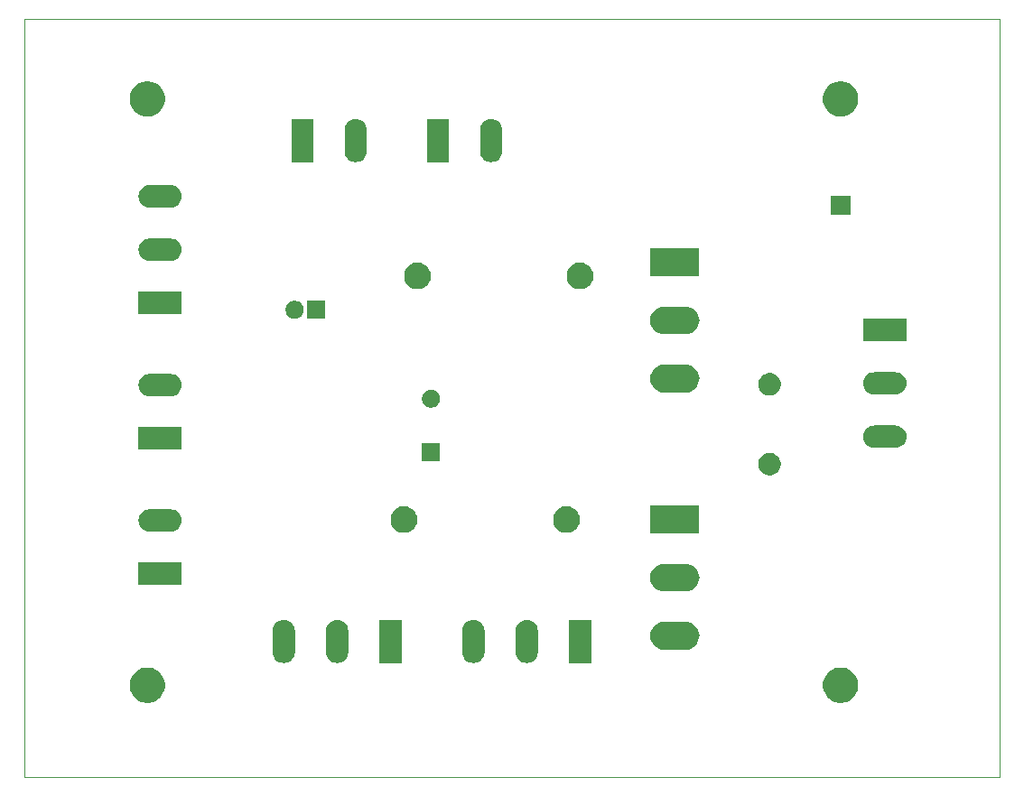
<source format=gbr>
G04 #@! TF.GenerationSoftware,KiCad,Pcbnew,(5.1.5)-3*
G04 #@! TF.CreationDate,2020-04-01T15:23:21+02:00*
G04 #@! TF.ProjectId,hbruecke,68627275-6563-46b6-952e-6b696361645f,rev?*
G04 #@! TF.SameCoordinates,Original*
G04 #@! TF.FileFunction,Soldermask,Bot*
G04 #@! TF.FilePolarity,Negative*
%FSLAX46Y46*%
G04 Gerber Fmt 4.6, Leading zero omitted, Abs format (unit mm)*
G04 Created by KiCad (PCBNEW (5.1.5)-3) date 2020-04-01 15:23:21*
%MOMM*%
%LPD*%
G04 APERTURE LIST*
%ADD10C,0.050000*%
%ADD11C,0.100000*%
G04 APERTURE END LIST*
D10*
X154940000Y-77470000D02*
X63500000Y-77470000D01*
X154940000Y-148590000D02*
X154940000Y-77470000D01*
X63500000Y-148590000D02*
X154940000Y-148590000D01*
X63500000Y-77470000D02*
X63500000Y-148590000D01*
D11*
G36*
X140375256Y-138391298D02*
G01*
X140481579Y-138412447D01*
X140782042Y-138536903D01*
X141052451Y-138717585D01*
X141282415Y-138947549D01*
X141463097Y-139217958D01*
X141587553Y-139518421D01*
X141651000Y-139837391D01*
X141651000Y-140162609D01*
X141587553Y-140481579D01*
X141463097Y-140782042D01*
X141282415Y-141052451D01*
X141052451Y-141282415D01*
X140782042Y-141463097D01*
X140481579Y-141587553D01*
X140375256Y-141608702D01*
X140162611Y-141651000D01*
X139837389Y-141651000D01*
X139624744Y-141608702D01*
X139518421Y-141587553D01*
X139217958Y-141463097D01*
X138947549Y-141282415D01*
X138717585Y-141052451D01*
X138536903Y-140782042D01*
X138412447Y-140481579D01*
X138349000Y-140162609D01*
X138349000Y-139837391D01*
X138412447Y-139518421D01*
X138536903Y-139217958D01*
X138717585Y-138947549D01*
X138947549Y-138717585D01*
X139217958Y-138536903D01*
X139518421Y-138412447D01*
X139624744Y-138391298D01*
X139837389Y-138349000D01*
X140162611Y-138349000D01*
X140375256Y-138391298D01*
G37*
G36*
X75375256Y-138391298D02*
G01*
X75481579Y-138412447D01*
X75782042Y-138536903D01*
X76052451Y-138717585D01*
X76282415Y-138947549D01*
X76463097Y-139217958D01*
X76587553Y-139518421D01*
X76651000Y-139837391D01*
X76651000Y-140162609D01*
X76587553Y-140481579D01*
X76463097Y-140782042D01*
X76282415Y-141052451D01*
X76052451Y-141282415D01*
X75782042Y-141463097D01*
X75481579Y-141587553D01*
X75375256Y-141608702D01*
X75162611Y-141651000D01*
X74837389Y-141651000D01*
X74624744Y-141608702D01*
X74518421Y-141587553D01*
X74217958Y-141463097D01*
X73947549Y-141282415D01*
X73717585Y-141052451D01*
X73536903Y-140782042D01*
X73412447Y-140481579D01*
X73349000Y-140162609D01*
X73349000Y-139837391D01*
X73412447Y-139518421D01*
X73536903Y-139217958D01*
X73717585Y-138947549D01*
X73947549Y-138717585D01*
X74217958Y-138536903D01*
X74518421Y-138412447D01*
X74624744Y-138391298D01*
X74837389Y-138349000D01*
X75162611Y-138349000D01*
X75375256Y-138391298D01*
G37*
G36*
X105774072Y-133874063D02*
G01*
X105970301Y-133933589D01*
X105970303Y-133933590D01*
X106151145Y-134030252D01*
X106309660Y-134160340D01*
X106439748Y-134318855D01*
X106536410Y-134499697D01*
X106536411Y-134499699D01*
X106595937Y-134695928D01*
X106611000Y-134848868D01*
X106611000Y-136931132D01*
X106595937Y-137084072D01*
X106536411Y-137280300D01*
X106536410Y-137280303D01*
X106439748Y-137461145D01*
X106309660Y-137619660D01*
X106192437Y-137715860D01*
X106151146Y-137749747D01*
X105970300Y-137846411D01*
X105774071Y-137905937D01*
X105570000Y-137926036D01*
X105365928Y-137905937D01*
X105169699Y-137846411D01*
X105169697Y-137846410D01*
X104988855Y-137749748D01*
X104830340Y-137619660D01*
X104734140Y-137502437D01*
X104700253Y-137461146D01*
X104603589Y-137280300D01*
X104544063Y-137084071D01*
X104529000Y-136931131D01*
X104529001Y-134848868D01*
X104544064Y-134695928D01*
X104603590Y-134499699D01*
X104603591Y-134499697D01*
X104700253Y-134318855D01*
X104830341Y-134160340D01*
X104988856Y-134030252D01*
X105169698Y-133933590D01*
X105169700Y-133933589D01*
X105365929Y-133874063D01*
X105570000Y-133853964D01*
X105774072Y-133874063D01*
G37*
G36*
X87994072Y-133874063D02*
G01*
X88190301Y-133933589D01*
X88190303Y-133933590D01*
X88371145Y-134030252D01*
X88529660Y-134160340D01*
X88659748Y-134318855D01*
X88756410Y-134499697D01*
X88756411Y-134499699D01*
X88815937Y-134695928D01*
X88831000Y-134848868D01*
X88831000Y-136931132D01*
X88815937Y-137084072D01*
X88756411Y-137280300D01*
X88756410Y-137280303D01*
X88659748Y-137461145D01*
X88529660Y-137619660D01*
X88412437Y-137715860D01*
X88371146Y-137749747D01*
X88190300Y-137846411D01*
X87994071Y-137905937D01*
X87790000Y-137926036D01*
X87585928Y-137905937D01*
X87389699Y-137846411D01*
X87389697Y-137846410D01*
X87208855Y-137749748D01*
X87050340Y-137619660D01*
X86954140Y-137502437D01*
X86920253Y-137461146D01*
X86823589Y-137280300D01*
X86764063Y-137084071D01*
X86749000Y-136931131D01*
X86749001Y-134848868D01*
X86764064Y-134695928D01*
X86823590Y-134499699D01*
X86823591Y-134499697D01*
X86920253Y-134318855D01*
X87050341Y-134160340D01*
X87208856Y-134030252D01*
X87389698Y-133933590D01*
X87389700Y-133933589D01*
X87585929Y-133874063D01*
X87790000Y-133853964D01*
X87994072Y-133874063D01*
G37*
G36*
X92994072Y-133874063D02*
G01*
X93190301Y-133933589D01*
X93190303Y-133933590D01*
X93371145Y-134030252D01*
X93529660Y-134160340D01*
X93659748Y-134318855D01*
X93756410Y-134499697D01*
X93756411Y-134499699D01*
X93815937Y-134695928D01*
X93831000Y-134848868D01*
X93831000Y-136931132D01*
X93815937Y-137084072D01*
X93756411Y-137280300D01*
X93756410Y-137280303D01*
X93659748Y-137461145D01*
X93529660Y-137619660D01*
X93412437Y-137715860D01*
X93371146Y-137749747D01*
X93190300Y-137846411D01*
X92994071Y-137905937D01*
X92790000Y-137926036D01*
X92585928Y-137905937D01*
X92389699Y-137846411D01*
X92389697Y-137846410D01*
X92208855Y-137749748D01*
X92050340Y-137619660D01*
X91954140Y-137502437D01*
X91920253Y-137461146D01*
X91823589Y-137280300D01*
X91764063Y-137084071D01*
X91749000Y-136931131D01*
X91749001Y-134848868D01*
X91764064Y-134695928D01*
X91823590Y-134499699D01*
X91823591Y-134499697D01*
X91920253Y-134318855D01*
X92050341Y-134160340D01*
X92208856Y-134030252D01*
X92389698Y-133933590D01*
X92389700Y-133933589D01*
X92585929Y-133874063D01*
X92790000Y-133853964D01*
X92994072Y-133874063D01*
G37*
G36*
X110774072Y-133874063D02*
G01*
X110970301Y-133933589D01*
X110970303Y-133933590D01*
X111151145Y-134030252D01*
X111309660Y-134160340D01*
X111439748Y-134318855D01*
X111536410Y-134499697D01*
X111536411Y-134499699D01*
X111595937Y-134695928D01*
X111611000Y-134848868D01*
X111611000Y-136931132D01*
X111595937Y-137084072D01*
X111536411Y-137280300D01*
X111536410Y-137280303D01*
X111439748Y-137461145D01*
X111309660Y-137619660D01*
X111192437Y-137715860D01*
X111151146Y-137749747D01*
X110970300Y-137846411D01*
X110774071Y-137905937D01*
X110570000Y-137926036D01*
X110365928Y-137905937D01*
X110169699Y-137846411D01*
X110169697Y-137846410D01*
X109988855Y-137749748D01*
X109830340Y-137619660D01*
X109734140Y-137502437D01*
X109700253Y-137461146D01*
X109603589Y-137280300D01*
X109544063Y-137084071D01*
X109529000Y-136931131D01*
X109529001Y-134848868D01*
X109544064Y-134695928D01*
X109603590Y-134499699D01*
X109603591Y-134499697D01*
X109700253Y-134318855D01*
X109830341Y-134160340D01*
X109988856Y-134030252D01*
X110169698Y-133933590D01*
X110169700Y-133933589D01*
X110365929Y-133874063D01*
X110570000Y-133853964D01*
X110774072Y-133874063D01*
G37*
G36*
X116611000Y-137921000D02*
G01*
X114529000Y-137921000D01*
X114529000Y-133859000D01*
X116611000Y-133859000D01*
X116611000Y-137921000D01*
G37*
G36*
X98831000Y-137921000D02*
G01*
X96749000Y-137921000D01*
X96749000Y-133859000D01*
X98831000Y-133859000D01*
X98831000Y-137921000D01*
G37*
G36*
X125619472Y-134068412D02*
G01*
X125715040Y-134077825D01*
X125960280Y-134152218D01*
X126186294Y-134273025D01*
X126237899Y-134315376D01*
X126384397Y-134435603D01*
X126504624Y-134582101D01*
X126546975Y-134633706D01*
X126546976Y-134633708D01*
X126661982Y-134848868D01*
X126667782Y-134859720D01*
X126742175Y-135104960D01*
X126767294Y-135360000D01*
X126742175Y-135615040D01*
X126667782Y-135860280D01*
X126546975Y-136086294D01*
X126504624Y-136137899D01*
X126384397Y-136284397D01*
X126237899Y-136404624D01*
X126186294Y-136446975D01*
X125960280Y-136567782D01*
X125715040Y-136642175D01*
X125619472Y-136651588D01*
X125523906Y-136661000D01*
X123396094Y-136661000D01*
X123300528Y-136651588D01*
X123204960Y-136642175D01*
X122959720Y-136567782D01*
X122733706Y-136446975D01*
X122682101Y-136404624D01*
X122535603Y-136284397D01*
X122415376Y-136137899D01*
X122373025Y-136086294D01*
X122252218Y-135860280D01*
X122177825Y-135615040D01*
X122152706Y-135360000D01*
X122177825Y-135104960D01*
X122252218Y-134859720D01*
X122258019Y-134848868D01*
X122373024Y-134633708D01*
X122373025Y-134633706D01*
X122415376Y-134582101D01*
X122535603Y-134435603D01*
X122682101Y-134315376D01*
X122733706Y-134273025D01*
X122959720Y-134152218D01*
X123204960Y-134077825D01*
X123300528Y-134068412D01*
X123396094Y-134059000D01*
X125523906Y-134059000D01*
X125619472Y-134068412D01*
G37*
G36*
X125619472Y-128618412D02*
G01*
X125715040Y-128627825D01*
X125960280Y-128702218D01*
X126186294Y-128823025D01*
X126237899Y-128865376D01*
X126384397Y-128985603D01*
X126504624Y-129132101D01*
X126546975Y-129183706D01*
X126667782Y-129409720D01*
X126742175Y-129654960D01*
X126767294Y-129910000D01*
X126742175Y-130165040D01*
X126667782Y-130410280D01*
X126546975Y-130636294D01*
X126504624Y-130687899D01*
X126384397Y-130834397D01*
X126237899Y-130954624D01*
X126186294Y-130996975D01*
X125960280Y-131117782D01*
X125715040Y-131192175D01*
X125619472Y-131201588D01*
X125523906Y-131211000D01*
X123396094Y-131211000D01*
X123300528Y-131201588D01*
X123204960Y-131192175D01*
X122959720Y-131117782D01*
X122733706Y-130996975D01*
X122682101Y-130954624D01*
X122535603Y-130834397D01*
X122415376Y-130687899D01*
X122373025Y-130636294D01*
X122252218Y-130410280D01*
X122177825Y-130165040D01*
X122152706Y-129910000D01*
X122177825Y-129654960D01*
X122252218Y-129409720D01*
X122373025Y-129183706D01*
X122415376Y-129132101D01*
X122535603Y-128985603D01*
X122682101Y-128865376D01*
X122733706Y-128823025D01*
X122959720Y-128702218D01*
X123204960Y-128627825D01*
X123300528Y-128618412D01*
X123396094Y-128609000D01*
X125523906Y-128609000D01*
X125619472Y-128618412D01*
G37*
G36*
X78231000Y-130581000D02*
G01*
X74169000Y-130581000D01*
X74169000Y-128499000D01*
X78231000Y-128499000D01*
X78231000Y-130581000D01*
G37*
G36*
X126761000Y-125761000D02*
G01*
X122159000Y-125761000D01*
X122159000Y-123159000D01*
X126761000Y-123159000D01*
X126761000Y-125761000D01*
G37*
G36*
X114664903Y-123257075D02*
G01*
X114892571Y-123351378D01*
X115097466Y-123488285D01*
X115271715Y-123662534D01*
X115363794Y-123800340D01*
X115408623Y-123867431D01*
X115502925Y-124095097D01*
X115511797Y-124139697D01*
X115551000Y-124336787D01*
X115551000Y-124583213D01*
X115502925Y-124824903D01*
X115408622Y-125052571D01*
X115271715Y-125257466D01*
X115097466Y-125431715D01*
X114892571Y-125568622D01*
X114892570Y-125568623D01*
X114892569Y-125568623D01*
X114664903Y-125662925D01*
X114423214Y-125711000D01*
X114176786Y-125711000D01*
X113935097Y-125662925D01*
X113707431Y-125568623D01*
X113707430Y-125568623D01*
X113707429Y-125568622D01*
X113502534Y-125431715D01*
X113328285Y-125257466D01*
X113191378Y-125052571D01*
X113097075Y-124824903D01*
X113049000Y-124583213D01*
X113049000Y-124336787D01*
X113088204Y-124139697D01*
X113097075Y-124095097D01*
X113191377Y-123867431D01*
X113236206Y-123800340D01*
X113328285Y-123662534D01*
X113502534Y-123488285D01*
X113707429Y-123351378D01*
X113935097Y-123257075D01*
X114176786Y-123209000D01*
X114423214Y-123209000D01*
X114664903Y-123257075D01*
G37*
G36*
X99424903Y-123257075D02*
G01*
X99652571Y-123351378D01*
X99857466Y-123488285D01*
X100031715Y-123662534D01*
X100123794Y-123800340D01*
X100168623Y-123867431D01*
X100262925Y-124095097D01*
X100271797Y-124139697D01*
X100311000Y-124336787D01*
X100311000Y-124583213D01*
X100262925Y-124824903D01*
X100168622Y-125052571D01*
X100031715Y-125257466D01*
X99857466Y-125431715D01*
X99652571Y-125568622D01*
X99652570Y-125568623D01*
X99652569Y-125568623D01*
X99424903Y-125662925D01*
X99183214Y-125711000D01*
X98936786Y-125711000D01*
X98695097Y-125662925D01*
X98467431Y-125568623D01*
X98467430Y-125568623D01*
X98467429Y-125568622D01*
X98262534Y-125431715D01*
X98088285Y-125257466D01*
X97951378Y-125052571D01*
X97857075Y-124824903D01*
X97809000Y-124583213D01*
X97809000Y-124336787D01*
X97848204Y-124139697D01*
X97857075Y-124095097D01*
X97951377Y-123867431D01*
X97996206Y-123800340D01*
X98088285Y-123662534D01*
X98262534Y-123488285D01*
X98467429Y-123351378D01*
X98695097Y-123257075D01*
X98936786Y-123209000D01*
X99183214Y-123209000D01*
X99424903Y-123257075D01*
G37*
G36*
X77292112Y-123504021D02*
G01*
X77394072Y-123514063D01*
X77590301Y-123573589D01*
X77590303Y-123573590D01*
X77771145Y-123670252D01*
X77929660Y-123800340D01*
X78059747Y-123958854D01*
X78156411Y-124139699D01*
X78215937Y-124335928D01*
X78236036Y-124540000D01*
X78215937Y-124744072D01*
X78156411Y-124940301D01*
X78156410Y-124940303D01*
X78059748Y-125121145D01*
X77929660Y-125279660D01*
X77771145Y-125409748D01*
X77590303Y-125506410D01*
X77590301Y-125506411D01*
X77394072Y-125565937D01*
X77292112Y-125575979D01*
X77241133Y-125581000D01*
X75158867Y-125581000D01*
X75107888Y-125575979D01*
X75005928Y-125565937D01*
X74809699Y-125506411D01*
X74809697Y-125506410D01*
X74628855Y-125409748D01*
X74470340Y-125279660D01*
X74340252Y-125121145D01*
X74243590Y-124940303D01*
X74243589Y-124940301D01*
X74184063Y-124744072D01*
X74163964Y-124540000D01*
X74184063Y-124335928D01*
X74243589Y-124139699D01*
X74340253Y-123958854D01*
X74470340Y-123800340D01*
X74628855Y-123670252D01*
X74809697Y-123573590D01*
X74809699Y-123573589D01*
X75005928Y-123514063D01*
X75107888Y-123504021D01*
X75158867Y-123499000D01*
X77241133Y-123499000D01*
X77292112Y-123504021D01*
G37*
G36*
X133656564Y-118249389D02*
G01*
X133847833Y-118328615D01*
X133847835Y-118328616D01*
X134019973Y-118443635D01*
X134166365Y-118590027D01*
X134281385Y-118762167D01*
X134360611Y-118953436D01*
X134401000Y-119156484D01*
X134401000Y-119363516D01*
X134360611Y-119566564D01*
X134281385Y-119757833D01*
X134281384Y-119757835D01*
X134166365Y-119929973D01*
X134019973Y-120076365D01*
X133847835Y-120191384D01*
X133847834Y-120191385D01*
X133847833Y-120191385D01*
X133656564Y-120270611D01*
X133453516Y-120311000D01*
X133246484Y-120311000D01*
X133043436Y-120270611D01*
X132852167Y-120191385D01*
X132852166Y-120191385D01*
X132852165Y-120191384D01*
X132680027Y-120076365D01*
X132533635Y-119929973D01*
X132418616Y-119757835D01*
X132418615Y-119757833D01*
X132339389Y-119566564D01*
X132299000Y-119363516D01*
X132299000Y-119156484D01*
X132339389Y-118953436D01*
X132418615Y-118762167D01*
X132533635Y-118590027D01*
X132680027Y-118443635D01*
X132852165Y-118328616D01*
X132852167Y-118328615D01*
X133043436Y-118249389D01*
X133246484Y-118209000D01*
X133453516Y-118209000D01*
X133656564Y-118249389D01*
G37*
G36*
X102451000Y-118961000D02*
G01*
X100749000Y-118961000D01*
X100749000Y-117259000D01*
X102451000Y-117259000D01*
X102451000Y-118961000D01*
G37*
G36*
X78231000Y-117881000D02*
G01*
X74169000Y-117881000D01*
X74169000Y-115799000D01*
X78231000Y-115799000D01*
X78231000Y-117881000D01*
G37*
G36*
X145237112Y-115644021D02*
G01*
X145339072Y-115654063D01*
X145535301Y-115713589D01*
X145535303Y-115713590D01*
X145716145Y-115810252D01*
X145874660Y-115940340D01*
X146004747Y-116098854D01*
X146101411Y-116279699D01*
X146160937Y-116475928D01*
X146181036Y-116680000D01*
X146160937Y-116884072D01*
X146101411Y-117080301D01*
X146101410Y-117080303D01*
X146004748Y-117261145D01*
X145874660Y-117419660D01*
X145716145Y-117549748D01*
X145535303Y-117646410D01*
X145535301Y-117646411D01*
X145339072Y-117705937D01*
X145237112Y-117715979D01*
X145186133Y-117721000D01*
X143103867Y-117721000D01*
X143052888Y-117715979D01*
X142950928Y-117705937D01*
X142754699Y-117646411D01*
X142754697Y-117646410D01*
X142573855Y-117549748D01*
X142415340Y-117419660D01*
X142285252Y-117261145D01*
X142188590Y-117080303D01*
X142188589Y-117080301D01*
X142129063Y-116884072D01*
X142108964Y-116680000D01*
X142129063Y-116475928D01*
X142188589Y-116279699D01*
X142285253Y-116098854D01*
X142415340Y-115940340D01*
X142573855Y-115810252D01*
X142754697Y-115713590D01*
X142754699Y-115713589D01*
X142950928Y-115654063D01*
X143052888Y-115644021D01*
X143103867Y-115639000D01*
X145186133Y-115639000D01*
X145237112Y-115644021D01*
G37*
G36*
X101848228Y-112291703D02*
G01*
X102003100Y-112355853D01*
X102142481Y-112448985D01*
X102261015Y-112567519D01*
X102354147Y-112706900D01*
X102418297Y-112861772D01*
X102451000Y-113026184D01*
X102451000Y-113193816D01*
X102418297Y-113358228D01*
X102354147Y-113513100D01*
X102261015Y-113652481D01*
X102142481Y-113771015D01*
X102003100Y-113864147D01*
X101848228Y-113928297D01*
X101683816Y-113961000D01*
X101516184Y-113961000D01*
X101351772Y-113928297D01*
X101196900Y-113864147D01*
X101057519Y-113771015D01*
X100938985Y-113652481D01*
X100845853Y-113513100D01*
X100781703Y-113358228D01*
X100749000Y-113193816D01*
X100749000Y-113026184D01*
X100781703Y-112861772D01*
X100845853Y-112706900D01*
X100938985Y-112567519D01*
X101057519Y-112448985D01*
X101196900Y-112355853D01*
X101351772Y-112291703D01*
X101516184Y-112259000D01*
X101683816Y-112259000D01*
X101848228Y-112291703D01*
G37*
G36*
X77292112Y-110804021D02*
G01*
X77394072Y-110814063D01*
X77590301Y-110873589D01*
X77590303Y-110873590D01*
X77771145Y-110970252D01*
X77929660Y-111100340D01*
X78059747Y-111258854D01*
X78156411Y-111439699D01*
X78215937Y-111635928D01*
X78236036Y-111840000D01*
X78215937Y-112044072D01*
X78156411Y-112240301D01*
X78156410Y-112240303D01*
X78059748Y-112421145D01*
X77929660Y-112579660D01*
X77771145Y-112709748D01*
X77657280Y-112770610D01*
X77590301Y-112806411D01*
X77394072Y-112865937D01*
X77292112Y-112875979D01*
X77241133Y-112881000D01*
X75158867Y-112881000D01*
X75107888Y-112875979D01*
X75005928Y-112865937D01*
X74809699Y-112806411D01*
X74742720Y-112770610D01*
X74628855Y-112709748D01*
X74470340Y-112579660D01*
X74340252Y-112421145D01*
X74243590Y-112240303D01*
X74243589Y-112240301D01*
X74184063Y-112044072D01*
X74163964Y-111840000D01*
X74184063Y-111635928D01*
X74243589Y-111439699D01*
X74340253Y-111258854D01*
X74470340Y-111100340D01*
X74628855Y-110970252D01*
X74809697Y-110873590D01*
X74809699Y-110873589D01*
X75005928Y-110814063D01*
X75107888Y-110804021D01*
X75158867Y-110799000D01*
X77241133Y-110799000D01*
X77292112Y-110804021D01*
G37*
G36*
X133656564Y-110749389D02*
G01*
X133812701Y-110814063D01*
X133847835Y-110828616D01*
X134019973Y-110943635D01*
X134166365Y-111090027D01*
X134279172Y-111258854D01*
X134281385Y-111262167D01*
X134360611Y-111453436D01*
X134401000Y-111656484D01*
X134401000Y-111863516D01*
X134360611Y-112066564D01*
X134324229Y-112154397D01*
X134281384Y-112257835D01*
X134166365Y-112429973D01*
X134019973Y-112576365D01*
X133847835Y-112691384D01*
X133847834Y-112691385D01*
X133847833Y-112691385D01*
X133656564Y-112770611D01*
X133453516Y-112811000D01*
X133246484Y-112811000D01*
X133043436Y-112770611D01*
X132852167Y-112691385D01*
X132852166Y-112691385D01*
X132852165Y-112691384D01*
X132680027Y-112576365D01*
X132533635Y-112429973D01*
X132418616Y-112257835D01*
X132375771Y-112154397D01*
X132339389Y-112066564D01*
X132299000Y-111863516D01*
X132299000Y-111656484D01*
X132339389Y-111453436D01*
X132418615Y-111262167D01*
X132420829Y-111258854D01*
X132533635Y-111090027D01*
X132680027Y-110943635D01*
X132852165Y-110828616D01*
X132887299Y-110814063D01*
X133043436Y-110749389D01*
X133246484Y-110709000D01*
X133453516Y-110709000D01*
X133656564Y-110749389D01*
G37*
G36*
X145237112Y-110644021D02*
G01*
X145339072Y-110654063D01*
X145535301Y-110713589D01*
X145535303Y-110713590D01*
X145716145Y-110810252D01*
X145874660Y-110940340D01*
X146004748Y-111098855D01*
X146005542Y-111100341D01*
X146101411Y-111279699D01*
X146160937Y-111475928D01*
X146181036Y-111680000D01*
X146160937Y-111884072D01*
X146101411Y-112080301D01*
X146101410Y-112080303D01*
X146004748Y-112261145D01*
X145874660Y-112419660D01*
X145716145Y-112549748D01*
X145535303Y-112646410D01*
X145535301Y-112646411D01*
X145339072Y-112705937D01*
X145237112Y-112715979D01*
X145186133Y-112721000D01*
X143103867Y-112721000D01*
X143052888Y-112715979D01*
X142950928Y-112705937D01*
X142754699Y-112646411D01*
X142754697Y-112646410D01*
X142573855Y-112549748D01*
X142415340Y-112419660D01*
X142285252Y-112261145D01*
X142188590Y-112080303D01*
X142188589Y-112080301D01*
X142129063Y-111884072D01*
X142108964Y-111680000D01*
X142129063Y-111475928D01*
X142188589Y-111279699D01*
X142284458Y-111100341D01*
X142285252Y-111098855D01*
X142415340Y-110940340D01*
X142573855Y-110810252D01*
X142754697Y-110713590D01*
X142754699Y-110713589D01*
X142950928Y-110654063D01*
X143052888Y-110644021D01*
X143103867Y-110639000D01*
X145186133Y-110639000D01*
X145237112Y-110644021D01*
G37*
G36*
X125619473Y-109938413D02*
G01*
X125715040Y-109947825D01*
X125960280Y-110022218D01*
X126186294Y-110143025D01*
X126237899Y-110185376D01*
X126384397Y-110305603D01*
X126504624Y-110452101D01*
X126546975Y-110503706D01*
X126546976Y-110503708D01*
X126627343Y-110654063D01*
X126667782Y-110729720D01*
X126742175Y-110974960D01*
X126767294Y-111230000D01*
X126742175Y-111485040D01*
X126667782Y-111730280D01*
X126546975Y-111956294D01*
X126504624Y-112007899D01*
X126384397Y-112154397D01*
X126237899Y-112274624D01*
X126186294Y-112316975D01*
X125960280Y-112437782D01*
X125715040Y-112512175D01*
X125619472Y-112521588D01*
X125523906Y-112531000D01*
X123396094Y-112531000D01*
X123300528Y-112521588D01*
X123204960Y-112512175D01*
X122959720Y-112437782D01*
X122733706Y-112316975D01*
X122682101Y-112274624D01*
X122535603Y-112154397D01*
X122415376Y-112007899D01*
X122373025Y-111956294D01*
X122252218Y-111730280D01*
X122177825Y-111485040D01*
X122152706Y-111230000D01*
X122177825Y-110974960D01*
X122252218Y-110729720D01*
X122292658Y-110654063D01*
X122373024Y-110503708D01*
X122373025Y-110503706D01*
X122415376Y-110452101D01*
X122535603Y-110305603D01*
X122682101Y-110185376D01*
X122733706Y-110143025D01*
X122959720Y-110022218D01*
X123204960Y-109947825D01*
X123300527Y-109938413D01*
X123396094Y-109929000D01*
X125523906Y-109929000D01*
X125619473Y-109938413D01*
G37*
G36*
X146176000Y-107721000D02*
G01*
X142114000Y-107721000D01*
X142114000Y-105639000D01*
X146176000Y-105639000D01*
X146176000Y-107721000D01*
G37*
G36*
X125619472Y-104488412D02*
G01*
X125715040Y-104497825D01*
X125960280Y-104572218D01*
X126186294Y-104693025D01*
X126237899Y-104735376D01*
X126384397Y-104855603D01*
X126504624Y-105002101D01*
X126546975Y-105053706D01*
X126667782Y-105279720D01*
X126742175Y-105524960D01*
X126767294Y-105780000D01*
X126742175Y-106035040D01*
X126667782Y-106280280D01*
X126546975Y-106506294D01*
X126504624Y-106557899D01*
X126384397Y-106704397D01*
X126237899Y-106824624D01*
X126186294Y-106866975D01*
X125960280Y-106987782D01*
X125715040Y-107062175D01*
X125619473Y-107071587D01*
X125523906Y-107081000D01*
X123396094Y-107081000D01*
X123300527Y-107071587D01*
X123204960Y-107062175D01*
X122959720Y-106987782D01*
X122733706Y-106866975D01*
X122682101Y-106824624D01*
X122535603Y-106704397D01*
X122415376Y-106557899D01*
X122373025Y-106506294D01*
X122252218Y-106280280D01*
X122177825Y-106035040D01*
X122152706Y-105780000D01*
X122177825Y-105524960D01*
X122252218Y-105279720D01*
X122373025Y-105053706D01*
X122415376Y-105002101D01*
X122535603Y-104855603D01*
X122682101Y-104735376D01*
X122733706Y-104693025D01*
X122959720Y-104572218D01*
X123204960Y-104497825D01*
X123300527Y-104488413D01*
X123396094Y-104479000D01*
X125523906Y-104479000D01*
X125619472Y-104488412D01*
G37*
G36*
X91656000Y-105626000D02*
G01*
X89954000Y-105626000D01*
X89954000Y-103924000D01*
X91656000Y-103924000D01*
X91656000Y-105626000D01*
G37*
G36*
X89053228Y-103956703D02*
G01*
X89208100Y-104020853D01*
X89347481Y-104113985D01*
X89466015Y-104232519D01*
X89559147Y-104371900D01*
X89623297Y-104526772D01*
X89656000Y-104691184D01*
X89656000Y-104858816D01*
X89623297Y-105023228D01*
X89559147Y-105178100D01*
X89466015Y-105317481D01*
X89347481Y-105436015D01*
X89208100Y-105529147D01*
X89053228Y-105593297D01*
X88888816Y-105626000D01*
X88721184Y-105626000D01*
X88556772Y-105593297D01*
X88401900Y-105529147D01*
X88262519Y-105436015D01*
X88143985Y-105317481D01*
X88050853Y-105178100D01*
X87986703Y-105023228D01*
X87954000Y-104858816D01*
X87954000Y-104691184D01*
X87986703Y-104526772D01*
X88050853Y-104371900D01*
X88143985Y-104232519D01*
X88262519Y-104113985D01*
X88401900Y-104020853D01*
X88556772Y-103956703D01*
X88721184Y-103924000D01*
X88888816Y-103924000D01*
X89053228Y-103956703D01*
G37*
G36*
X78231000Y-105181000D02*
G01*
X74169000Y-105181000D01*
X74169000Y-103099000D01*
X78231000Y-103099000D01*
X78231000Y-105181000D01*
G37*
G36*
X115934903Y-100397075D02*
G01*
X116162571Y-100491378D01*
X116367466Y-100628285D01*
X116541715Y-100802534D01*
X116678622Y-101007429D01*
X116772925Y-101235097D01*
X116821000Y-101476787D01*
X116821000Y-101723213D01*
X116772925Y-101964903D01*
X116678622Y-102192571D01*
X116541715Y-102397466D01*
X116367466Y-102571715D01*
X116162571Y-102708622D01*
X116162570Y-102708623D01*
X116162569Y-102708623D01*
X115934903Y-102802925D01*
X115693214Y-102851000D01*
X115446786Y-102851000D01*
X115205097Y-102802925D01*
X114977431Y-102708623D01*
X114977430Y-102708623D01*
X114977429Y-102708622D01*
X114772534Y-102571715D01*
X114598285Y-102397466D01*
X114461378Y-102192571D01*
X114367075Y-101964903D01*
X114319000Y-101723213D01*
X114319000Y-101476787D01*
X114367075Y-101235097D01*
X114461378Y-101007429D01*
X114598285Y-100802534D01*
X114772534Y-100628285D01*
X114977429Y-100491378D01*
X115205097Y-100397075D01*
X115446786Y-100349000D01*
X115693214Y-100349000D01*
X115934903Y-100397075D01*
G37*
G36*
X100694903Y-100397075D02*
G01*
X100922571Y-100491378D01*
X101127466Y-100628285D01*
X101301715Y-100802534D01*
X101438622Y-101007429D01*
X101532925Y-101235097D01*
X101581000Y-101476787D01*
X101581000Y-101723213D01*
X101532925Y-101964903D01*
X101438622Y-102192571D01*
X101301715Y-102397466D01*
X101127466Y-102571715D01*
X100922571Y-102708622D01*
X100922570Y-102708623D01*
X100922569Y-102708623D01*
X100694903Y-102802925D01*
X100453214Y-102851000D01*
X100206786Y-102851000D01*
X99965097Y-102802925D01*
X99737431Y-102708623D01*
X99737430Y-102708623D01*
X99737429Y-102708622D01*
X99532534Y-102571715D01*
X99358285Y-102397466D01*
X99221378Y-102192571D01*
X99127075Y-101964903D01*
X99079000Y-101723213D01*
X99079000Y-101476787D01*
X99127075Y-101235097D01*
X99221378Y-101007429D01*
X99358285Y-100802534D01*
X99532534Y-100628285D01*
X99737429Y-100491378D01*
X99965097Y-100397075D01*
X100206786Y-100349000D01*
X100453214Y-100349000D01*
X100694903Y-100397075D01*
G37*
G36*
X126761000Y-101631000D02*
G01*
X122159000Y-101631000D01*
X122159000Y-99029000D01*
X126761000Y-99029000D01*
X126761000Y-101631000D01*
G37*
G36*
X77292112Y-98104021D02*
G01*
X77394072Y-98114063D01*
X77590301Y-98173589D01*
X77590303Y-98173590D01*
X77771145Y-98270252D01*
X77929660Y-98400340D01*
X78059747Y-98558854D01*
X78156411Y-98739699D01*
X78215937Y-98935928D01*
X78236036Y-99140000D01*
X78215937Y-99344072D01*
X78156411Y-99540301D01*
X78156410Y-99540303D01*
X78059748Y-99721145D01*
X77929660Y-99879660D01*
X77771145Y-100009748D01*
X77590303Y-100106410D01*
X77590301Y-100106411D01*
X77394072Y-100165937D01*
X77292112Y-100175979D01*
X77241133Y-100181000D01*
X75158867Y-100181000D01*
X75107888Y-100175979D01*
X75005928Y-100165937D01*
X74809699Y-100106411D01*
X74809697Y-100106410D01*
X74628855Y-100009748D01*
X74470340Y-99879660D01*
X74340252Y-99721145D01*
X74243590Y-99540303D01*
X74243589Y-99540301D01*
X74184063Y-99344072D01*
X74163964Y-99140000D01*
X74184063Y-98935928D01*
X74243589Y-98739699D01*
X74340253Y-98558854D01*
X74470340Y-98400340D01*
X74628855Y-98270252D01*
X74809697Y-98173590D01*
X74809699Y-98173589D01*
X75005928Y-98114063D01*
X75107888Y-98104021D01*
X75158867Y-98099000D01*
X77241133Y-98099000D01*
X77292112Y-98104021D01*
G37*
G36*
X140901000Y-95901000D02*
G01*
X139099000Y-95901000D01*
X139099000Y-94099000D01*
X140901000Y-94099000D01*
X140901000Y-95901000D01*
G37*
G36*
X77292112Y-93104021D02*
G01*
X77394072Y-93114063D01*
X77590301Y-93173589D01*
X77590303Y-93173590D01*
X77771145Y-93270252D01*
X77929660Y-93400340D01*
X78059747Y-93558854D01*
X78156411Y-93739699D01*
X78215937Y-93935928D01*
X78236036Y-94140000D01*
X78215937Y-94344072D01*
X78156411Y-94540301D01*
X78156410Y-94540303D01*
X78059748Y-94721145D01*
X77929660Y-94879660D01*
X77771145Y-95009748D01*
X77590303Y-95106410D01*
X77590301Y-95106411D01*
X77394072Y-95165937D01*
X77292112Y-95175979D01*
X77241133Y-95181000D01*
X75158867Y-95181000D01*
X75107888Y-95175979D01*
X75005928Y-95165937D01*
X74809699Y-95106411D01*
X74809697Y-95106410D01*
X74628855Y-95009748D01*
X74470340Y-94879660D01*
X74340252Y-94721145D01*
X74243590Y-94540303D01*
X74243589Y-94540301D01*
X74184063Y-94344072D01*
X74163964Y-94140000D01*
X74184063Y-93935928D01*
X74243589Y-93739699D01*
X74340253Y-93558854D01*
X74470340Y-93400340D01*
X74628855Y-93270252D01*
X74809697Y-93173590D01*
X74809699Y-93173589D01*
X75005928Y-93114063D01*
X75107888Y-93104021D01*
X75158867Y-93099000D01*
X77241133Y-93099000D01*
X77292112Y-93104021D01*
G37*
G36*
X94739071Y-86884063D02*
G01*
X94935300Y-86943589D01*
X95116146Y-87040253D01*
X95157437Y-87074140D01*
X95274660Y-87170340D01*
X95404748Y-87328855D01*
X95501410Y-87509697D01*
X95501411Y-87509699D01*
X95560937Y-87705928D01*
X95576000Y-87858868D01*
X95576000Y-89941132D01*
X95560937Y-90094072D01*
X95501411Y-90290301D01*
X95501410Y-90290303D01*
X95404748Y-90471145D01*
X95274660Y-90629660D01*
X95116145Y-90759748D01*
X94935303Y-90856410D01*
X94935301Y-90856411D01*
X94739072Y-90915937D01*
X94535000Y-90936036D01*
X94330929Y-90915937D01*
X94134700Y-90856411D01*
X94134698Y-90856410D01*
X93953856Y-90759748D01*
X93795341Y-90629660D01*
X93665253Y-90471145D01*
X93568591Y-90290303D01*
X93568590Y-90290301D01*
X93509064Y-90094072D01*
X93494001Y-89941132D01*
X93494000Y-87858869D01*
X93509063Y-87705929D01*
X93568589Y-87509700D01*
X93665253Y-87328854D01*
X93699140Y-87287563D01*
X93795340Y-87170340D01*
X93953855Y-87040252D01*
X94134697Y-86943590D01*
X94134699Y-86943589D01*
X94330928Y-86884063D01*
X94535000Y-86863964D01*
X94739071Y-86884063D01*
G37*
G36*
X107439071Y-86884063D02*
G01*
X107635300Y-86943589D01*
X107816146Y-87040253D01*
X107857437Y-87074140D01*
X107974660Y-87170340D01*
X108104748Y-87328855D01*
X108201410Y-87509697D01*
X108201411Y-87509699D01*
X108260937Y-87705928D01*
X108276000Y-87858868D01*
X108276000Y-89941132D01*
X108260937Y-90094072D01*
X108201411Y-90290301D01*
X108201410Y-90290303D01*
X108104748Y-90471145D01*
X107974660Y-90629660D01*
X107816145Y-90759748D01*
X107635303Y-90856410D01*
X107635301Y-90856411D01*
X107439072Y-90915937D01*
X107235000Y-90936036D01*
X107030929Y-90915937D01*
X106834700Y-90856411D01*
X106834698Y-90856410D01*
X106653856Y-90759748D01*
X106495341Y-90629660D01*
X106365253Y-90471145D01*
X106268591Y-90290303D01*
X106268590Y-90290301D01*
X106209064Y-90094072D01*
X106194001Y-89941132D01*
X106194000Y-87858869D01*
X106209063Y-87705929D01*
X106268589Y-87509700D01*
X106365253Y-87328854D01*
X106399140Y-87287563D01*
X106495340Y-87170340D01*
X106653855Y-87040252D01*
X106834697Y-86943590D01*
X106834699Y-86943589D01*
X107030928Y-86884063D01*
X107235000Y-86863964D01*
X107439071Y-86884063D01*
G37*
G36*
X90576000Y-90931000D02*
G01*
X88494000Y-90931000D01*
X88494000Y-86869000D01*
X90576000Y-86869000D01*
X90576000Y-90931000D01*
G37*
G36*
X103276000Y-90931000D02*
G01*
X101194000Y-90931000D01*
X101194000Y-86869000D01*
X103276000Y-86869000D01*
X103276000Y-90931000D01*
G37*
G36*
X140375256Y-83391298D02*
G01*
X140481579Y-83412447D01*
X140782042Y-83536903D01*
X141052451Y-83717585D01*
X141282415Y-83947549D01*
X141463097Y-84217958D01*
X141587553Y-84518421D01*
X141651000Y-84837391D01*
X141651000Y-85162609D01*
X141587553Y-85481579D01*
X141463097Y-85782042D01*
X141282415Y-86052451D01*
X141052451Y-86282415D01*
X140782042Y-86463097D01*
X140481579Y-86587553D01*
X140375256Y-86608702D01*
X140162611Y-86651000D01*
X139837389Y-86651000D01*
X139624744Y-86608702D01*
X139518421Y-86587553D01*
X139217958Y-86463097D01*
X138947549Y-86282415D01*
X138717585Y-86052451D01*
X138536903Y-85782042D01*
X138412447Y-85481579D01*
X138349000Y-85162609D01*
X138349000Y-84837391D01*
X138412447Y-84518421D01*
X138536903Y-84217958D01*
X138717585Y-83947549D01*
X138947549Y-83717585D01*
X139217958Y-83536903D01*
X139518421Y-83412447D01*
X139624744Y-83391298D01*
X139837389Y-83349000D01*
X140162611Y-83349000D01*
X140375256Y-83391298D01*
G37*
G36*
X75375256Y-83391298D02*
G01*
X75481579Y-83412447D01*
X75782042Y-83536903D01*
X76052451Y-83717585D01*
X76282415Y-83947549D01*
X76463097Y-84217958D01*
X76587553Y-84518421D01*
X76651000Y-84837391D01*
X76651000Y-85162609D01*
X76587553Y-85481579D01*
X76463097Y-85782042D01*
X76282415Y-86052451D01*
X76052451Y-86282415D01*
X75782042Y-86463097D01*
X75481579Y-86587553D01*
X75375256Y-86608702D01*
X75162611Y-86651000D01*
X74837389Y-86651000D01*
X74624744Y-86608702D01*
X74518421Y-86587553D01*
X74217958Y-86463097D01*
X73947549Y-86282415D01*
X73717585Y-86052451D01*
X73536903Y-85782042D01*
X73412447Y-85481579D01*
X73349000Y-85162609D01*
X73349000Y-84837391D01*
X73412447Y-84518421D01*
X73536903Y-84217958D01*
X73717585Y-83947549D01*
X73947549Y-83717585D01*
X74217958Y-83536903D01*
X74518421Y-83412447D01*
X74624744Y-83391298D01*
X74837389Y-83349000D01*
X75162611Y-83349000D01*
X75375256Y-83391298D01*
G37*
M02*

</source>
